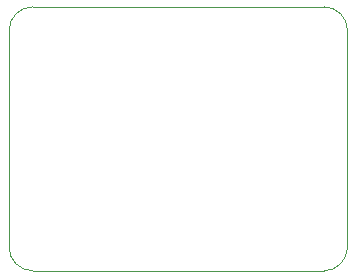
<source format=gbr>
%TF.GenerationSoftware,KiCad,Pcbnew,8.0.2*%
%TF.CreationDate,2024-06-16T16:49:38+02:00*%
%TF.ProjectId,SCS Maker,53435320-4d61-46b6-9572-2e6b69636164,rev?*%
%TF.SameCoordinates,Original*%
%TF.FileFunction,Profile,NP*%
%FSLAX46Y46*%
G04 Gerber Fmt 4.6, Leading zero omitted, Abs format (unit mm)*
G04 Created by KiCad (PCBNEW 8.0.2) date 2024-06-16 16:49:38*
%MOMM*%
%LPD*%
G01*
G04 APERTURE LIST*
%TA.AperFunction,Profile*%
%ADD10C,0.100000*%
%TD*%
G04 APERTURE END LIST*
D10*
X89694000Y-39370000D02*
G75*
G02*
X91694000Y-41370000I0J-2000000D01*
G01*
X63042800Y-41370000D02*
G75*
G02*
X65042800Y-39370000I2000000J0D01*
G01*
X91694000Y-41370000D02*
X91694000Y-59722000D01*
X65042800Y-61722000D02*
G75*
G02*
X63042800Y-59722000I0J2000000D01*
G01*
X65042800Y-39370000D02*
X89694000Y-39370000D01*
X89694000Y-61722000D02*
X65042800Y-61722000D01*
X63042800Y-59722000D02*
X63042800Y-41370000D01*
X91694000Y-59722000D02*
G75*
G02*
X89694000Y-61722000I-2000000J0D01*
G01*
M02*

</source>
